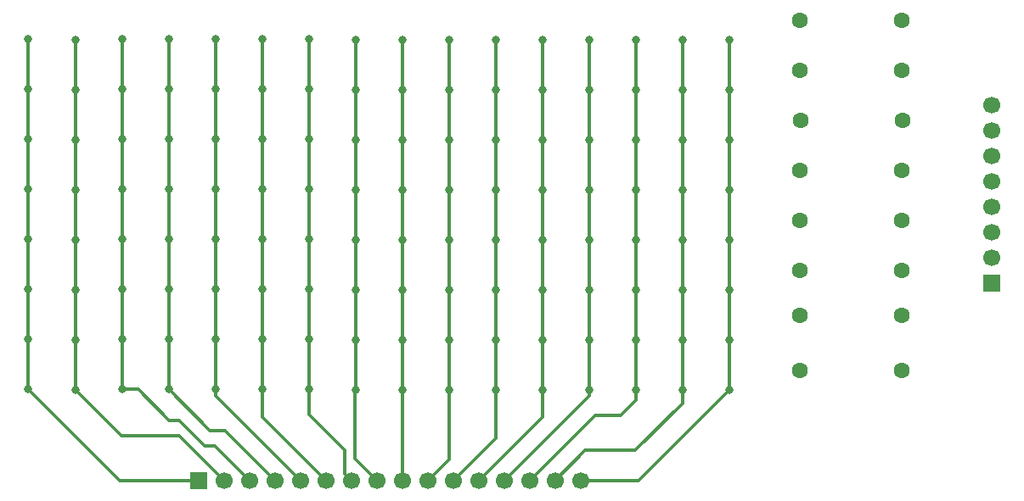
<source format=gbr>
%TF.GenerationSoftware,KiCad,Pcbnew,9.0.7-9.0.7~ubuntu24.04.1*%
%TF.CreationDate,2026-02-22T02:31:22+00:00*%
%TF.ProjectId,led-matrix,6c65642d-6d61-4747-9269-782e6b696361,rev?*%
%TF.SameCoordinates,Original*%
%TF.FileFunction,Copper,L2,Bot*%
%TF.FilePolarity,Positive*%
%FSLAX46Y46*%
G04 Gerber Fmt 4.6, Leading zero omitted, Abs format (unit mm)*
G04 Created by KiCad (PCBNEW 9.0.7-9.0.7~ubuntu24.04.1) date 2026-02-22 02:31:22*
%MOMM*%
%LPD*%
G01*
G04 APERTURE LIST*
%TA.AperFunction,ComponentPad*%
%ADD10C,1.600000*%
%TD*%
%TA.AperFunction,ComponentPad*%
%ADD11C,1.700000*%
%TD*%
%TA.AperFunction,ComponentPad*%
%ADD12R,1.700000X1.700000*%
%TD*%
%TA.AperFunction,ViaPad*%
%ADD13C,0.800000*%
%TD*%
%TA.AperFunction,Conductor*%
%ADD14C,0.350000*%
%TD*%
G04 APERTURE END LIST*
D10*
%TO.P,R8,1*%
%TO.N,Net-(D1-A)*%
X150420000Y-35000000D03*
%TO.P,R8,2*%
%TO.N,Net-(R8-Pad2)*%
X160580000Y-35000000D03*
%TD*%
%TO.P,R7,2*%
%TO.N,Net-(R7-Pad2)*%
X160580000Y-40000000D03*
%TO.P,R7,1*%
%TO.N,Net-(D17-A)*%
X150420000Y-40000000D03*
%TD*%
D11*
%TO.P,U1,8*%
%TO.N,Net-(R8-Pad2)*%
X169500000Y-43500000D03*
%TO.P,U1,7*%
%TO.N,Net-(R7-Pad2)*%
X169500000Y-46040000D03*
%TO.P,U1,6*%
%TO.N,Net-(R6-Pad2)*%
X169500000Y-48580000D03*
%TO.P,U1,5*%
%TO.N,Net-(R5-Pad2)*%
X169500000Y-51120000D03*
%TO.P,U1,4*%
%TO.N,Net-(R4-Pad2)*%
X169500000Y-53660000D03*
%TO.P,U1,3*%
%TO.N,Net-(R3-Pad2)*%
X169500000Y-56200000D03*
%TO.P,U1,2*%
%TO.N,Net-(R2-Pad2)*%
X169500000Y-58740000D03*
D12*
%TO.P,U1,1*%
%TO.N,Net-(R1-Pad2)*%
X169500000Y-61280000D03*
%TD*%
D10*
%TO.P,R2,2*%
%TO.N,Net-(R2-Pad2)*%
X160580000Y-64500000D03*
%TO.P,R2,1*%
%TO.N,Net-(D100-A)*%
X150420000Y-64500000D03*
%TD*%
%TO.P,R1,2*%
%TO.N,Net-(R1-Pad2)*%
X160580000Y-70000000D03*
%TO.P,R1,1*%
%TO.N,Net-(D113-A)*%
X150420000Y-70000000D03*
%TD*%
%TO.P,R3,2*%
%TO.N,Net-(R3-Pad2)*%
X160580000Y-60000000D03*
%TO.P,R3,1*%
%TO.N,Net-(D81-A)*%
X150420000Y-60000000D03*
%TD*%
%TO.P,R4,2*%
%TO.N,Net-(R4-Pad2)*%
X160580000Y-55000000D03*
%TO.P,R4,1*%
%TO.N,Net-(D65-A)*%
X150420000Y-55000000D03*
%TD*%
%TO.P,R5,2*%
%TO.N,Net-(R5-Pad2)*%
X160580000Y-50000000D03*
%TO.P,R5,1*%
%TO.N,Net-(D49-A)*%
X150420000Y-50000000D03*
%TD*%
%TO.P,R6,2*%
%TO.N,Net-(R6-Pad2)*%
X160660000Y-45000000D03*
%TO.P,R6,1*%
%TO.N,Net-(D33-A)*%
X150500000Y-45000000D03*
%TD*%
D12*
%TO.P,U2,1*%
%TO.N,Net-(D1-K)*%
X90440000Y-81000000D03*
D11*
%TO.P,U2,2*%
%TO.N,Net-(D114-K)*%
X92980000Y-81000000D03*
%TO.P,U2,3*%
%TO.N,Net-(D115-K)*%
X95520000Y-81000000D03*
%TO.P,U2,4*%
%TO.N,Net-(D100-K)*%
X98060000Y-81000000D03*
%TO.P,U2,5*%
%TO.N,Net-(D101-K)*%
X100600000Y-81000000D03*
%TO.P,U2,6*%
%TO.N,Net-(D102-K)*%
X103140000Y-81000000D03*
%TO.P,U2,7*%
%TO.N,Net-(D103-K)*%
X105680000Y-81000000D03*
%TO.P,U2,8*%
%TO.N,Net-(D104-K)*%
X108220000Y-81000000D03*
%TO.P,U2,9*%
%TO.N,Net-(D105-K)*%
X110760000Y-81000000D03*
%TO.P,U2,10*%
%TO.N,Net-(D10-K)*%
X113300000Y-81000000D03*
%TO.P,U2,11*%
%TO.N,Net-(D107-K)*%
X115840000Y-81000000D03*
%TO.P,U2,12*%
%TO.N,Net-(D108-K)*%
X118380000Y-81000000D03*
%TO.P,U2,13*%
%TO.N,Net-(D109-K)*%
X120920000Y-81000000D03*
%TO.P,U2,14*%
%TO.N,Net-(D110-K)*%
X123460000Y-81000000D03*
%TO.P,U2,15*%
%TO.N,Net-(D111-K)*%
X126000000Y-81000000D03*
%TO.P,U2,16*%
%TO.N,Net-(D112-K)*%
X128540000Y-81000000D03*
%TD*%
D13*
%TO.N,Net-(D1-K)*%
X73463750Y-71879000D03*
X73463750Y-36900000D03*
X73463750Y-51891000D03*
X73463750Y-56888000D03*
X73463750Y-41897000D03*
X73463750Y-61885000D03*
X73463750Y-46894000D03*
X73463750Y-66882000D03*
%TO.N,Net-(D100-K)*%
X87472497Y-46909804D03*
X87472497Y-51906804D03*
X87472497Y-61900804D03*
X87472497Y-66897804D03*
X87472497Y-56903804D03*
X87472497Y-71894804D03*
X87472497Y-36915804D03*
X87472497Y-41912804D03*
%TO.N,Net-(D101-K)*%
X92127365Y-46922539D03*
X92127365Y-56916539D03*
X92127365Y-51919539D03*
X92127365Y-61913539D03*
X92127365Y-36928539D03*
X92127365Y-71907539D03*
X92127365Y-41925539D03*
X92127365Y-66910539D03*
%TO.N,Net-(D102-K)*%
X96769498Y-41887332D03*
X96769498Y-36890332D03*
X96769498Y-46884332D03*
X96769498Y-66872332D03*
X96769498Y-61875332D03*
X96769498Y-56878332D03*
X96769498Y-71869332D03*
X96769498Y-51881332D03*
%TO.N,Net-(D103-K)*%
X101424367Y-56910171D03*
X101424367Y-46916171D03*
X101424367Y-51913171D03*
X101424367Y-41919171D03*
X101424367Y-61907171D03*
X101424367Y-36922171D03*
X101424367Y-71901171D03*
X101424367Y-66904171D03*
%TO.N,Net-(D104-K)*%
X106085603Y-66942378D03*
X106085603Y-56948378D03*
X106085603Y-71939378D03*
X106085603Y-51951378D03*
X106085603Y-61945378D03*
X106085603Y-46954378D03*
X106085603Y-36960378D03*
X106085603Y-41957378D03*
%TO.N,Net-(D105-K)*%
X110740472Y-66948746D03*
X110740472Y-71945746D03*
X110740472Y-36966746D03*
X110740472Y-41963746D03*
X110740472Y-51957746D03*
X110740472Y-46960746D03*
X110740472Y-56954746D03*
X110740472Y-61951746D03*
%TO.N,Net-(D10-K)*%
X115382605Y-46973482D03*
X115382605Y-66961482D03*
X115382605Y-61964482D03*
X115382605Y-41976482D03*
X115382605Y-71958482D03*
X115382605Y-36979482D03*
X115382605Y-51970482D03*
X115382605Y-56967482D03*
%TO.N,Net-(D107-K)*%
X120050209Y-36966746D03*
X120050209Y-66948746D03*
X120050209Y-46960746D03*
X120050209Y-41963746D03*
X120050209Y-51957746D03*
X120050209Y-71945746D03*
X120050209Y-56954746D03*
X120050209Y-61951746D03*
%TO.N,Net-(D108-K)*%
X124736916Y-66936011D03*
X124736916Y-36954011D03*
X124736916Y-61939011D03*
X124736916Y-41951011D03*
X124736916Y-56942011D03*
X124736916Y-51945011D03*
X124736916Y-46948011D03*
X124736916Y-71933011D03*
%TO.N,Net-(D109-K)*%
X129366314Y-61932643D03*
X129366314Y-56935643D03*
X129366314Y-36947643D03*
X129366314Y-41944643D03*
X129366314Y-46941643D03*
X129366314Y-51938643D03*
X129366314Y-66929643D03*
X129366314Y-71926643D03*
%TO.N,Net-(D110-K)*%
X134040286Y-56948378D03*
X134040286Y-51951378D03*
X134040286Y-41957378D03*
X134040286Y-61945378D03*
X134040286Y-66942378D03*
X134040286Y-71939378D03*
X134040286Y-46954378D03*
X134040286Y-36960378D03*
%TO.N,Net-(D111-K)*%
X138669683Y-56935643D03*
X138669683Y-41944643D03*
X138669683Y-66929643D03*
X138669683Y-71926643D03*
X138669683Y-61932643D03*
X138669683Y-46941643D03*
X138669683Y-51938643D03*
X138669683Y-36947643D03*
%TO.N,Net-(D112-K)*%
X143362758Y-46948011D03*
X143362758Y-41951011D03*
X143362758Y-51945011D03*
X143362758Y-56942011D03*
X143362758Y-66936011D03*
X143362758Y-71933011D03*
X143362758Y-36954011D03*
X143362758Y-61939011D03*
%TO.N,Net-(D114-K)*%
X78124553Y-61926275D03*
X78124553Y-56929275D03*
X78124553Y-41938275D03*
X78124553Y-36941275D03*
X78124553Y-66923275D03*
X78124553Y-46935275D03*
X78124553Y-51932275D03*
X78124553Y-71920275D03*
%TO.N,Net-(D115-K)*%
X82792157Y-56903804D03*
X82792157Y-66897804D03*
X82792157Y-61900804D03*
X82792157Y-51906804D03*
X82792157Y-46909804D03*
X82792157Y-36915804D03*
X82792157Y-41912804D03*
X82792157Y-71894804D03*
%TD*%
D14*
%TO.N,Net-(D115-K)*%
X82792157Y-71894804D02*
X84394804Y-71894804D01*
X84394804Y-71894804D02*
X87500000Y-75000000D01*
X87500000Y-75000000D02*
X88500000Y-75000000D01*
X88500000Y-75000000D02*
X91000000Y-77500000D01*
X91000000Y-77500000D02*
X92020000Y-77500000D01*
X92020000Y-77500000D02*
X95520000Y-81000000D01*
%TO.N,Net-(D114-K)*%
X78124553Y-71920275D02*
X82704278Y-76500000D01*
X82704278Y-76500000D02*
X88480000Y-76500000D01*
X88480000Y-76500000D02*
X92980000Y-81000000D01*
%TO.N,Net-(D1-K)*%
X73463750Y-36900000D02*
X73463750Y-71879000D01*
X73463750Y-71879000D02*
X82584750Y-81000000D01*
X82584750Y-81000000D02*
X90440000Y-81000000D01*
%TO.N,Net-(D100-K)*%
X87472497Y-71894804D02*
X87472497Y-36915804D01*
X87472497Y-71894804D02*
X91577693Y-76000000D01*
X93060000Y-76000000D02*
X98060000Y-81000000D01*
X91577693Y-76000000D02*
X93060000Y-76000000D01*
%TO.N,Net-(D101-K)*%
X92127365Y-72527365D02*
X92127365Y-71907539D01*
X100600000Y-81000000D02*
X92127365Y-72527365D01*
X92127365Y-36928539D02*
X92127365Y-71907539D01*
%TO.N,Net-(D102-K)*%
X96769498Y-71869332D02*
X96769498Y-36890332D01*
X96769498Y-71869332D02*
X96769498Y-74629498D01*
X96769498Y-74629498D02*
X103140000Y-81000000D01*
%TO.N,Net-(D103-K)*%
X101424367Y-74424367D02*
X105000000Y-78000000D01*
X105000000Y-80320000D02*
X105680000Y-81000000D01*
X101424367Y-36922171D02*
X101424367Y-71901171D01*
X101424367Y-71901171D02*
X101424367Y-74424367D01*
X105000000Y-78000000D02*
X105000000Y-80320000D01*
%TO.N,Net-(D104-K)*%
X106085603Y-71939378D02*
X106085603Y-36960378D01*
X106085603Y-71939378D02*
X106060622Y-71964359D01*
X106060622Y-78840622D02*
X108220000Y-81000000D01*
X106060622Y-71964359D02*
X106060622Y-78840622D01*
%TO.N,Net-(D105-K)*%
X110740472Y-71945746D02*
X110760000Y-71965274D01*
X110740472Y-36966746D02*
X110740472Y-71945746D01*
X110760000Y-71965274D02*
X110760000Y-81000000D01*
%TO.N,Net-(D10-K)*%
X115382605Y-71958482D02*
X115382605Y-36979482D01*
X115382605Y-71958482D02*
X115382605Y-78917395D01*
X115382605Y-78917395D02*
X113300000Y-81000000D01*
%TO.N,Net-(D107-K)*%
X120050209Y-36966746D02*
X120050209Y-71945746D01*
X120050209Y-76789791D02*
X115840000Y-81000000D01*
X120050209Y-71945746D02*
X120050209Y-76789791D01*
%TO.N,Net-(D108-K)*%
X124736916Y-74643084D02*
X118380000Y-81000000D01*
X124736916Y-71933011D02*
X124736916Y-74643084D01*
X124736916Y-71933011D02*
X124736916Y-36954011D01*
%TO.N,Net-(D109-K)*%
X129366314Y-36947643D02*
X129366314Y-71926643D01*
X129366314Y-72553686D02*
X120920000Y-81000000D01*
X129366314Y-71926643D02*
X129366314Y-72553686D01*
%TO.N,Net-(D110-K)*%
X123460000Y-81000000D02*
X129960000Y-74500000D01*
X134040286Y-71939378D02*
X134040286Y-36960378D01*
X129960000Y-74500000D02*
X132500000Y-74500000D01*
X134040286Y-72959714D02*
X134040286Y-71939378D01*
X132500000Y-74500000D02*
X134040286Y-72959714D01*
%TO.N,Net-(D111-K)*%
X126000000Y-81000000D02*
X129000000Y-78000000D01*
X134000000Y-78000000D02*
X138669683Y-73330317D01*
X138669683Y-36947643D02*
X138669683Y-71926643D01*
X129000000Y-78000000D02*
X134000000Y-78000000D01*
X138669683Y-73330317D02*
X138669683Y-71926643D01*
%TO.N,Net-(D112-K)*%
X134295769Y-81000000D02*
X128540000Y-81000000D01*
X143362758Y-71933011D02*
X134295769Y-81000000D01*
X143362758Y-71933011D02*
X143362758Y-36954011D01*
%TO.N,Net-(D114-K)*%
X78124553Y-71920275D02*
X78124553Y-36941275D01*
%TO.N,Net-(D115-K)*%
X82792157Y-36915804D02*
X82792157Y-71894804D01*
%TD*%
M02*

</source>
